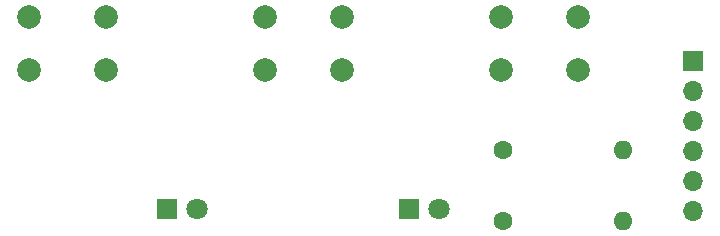
<source format=gbr>
%TF.GenerationSoftware,KiCad,Pcbnew,(7.0.0)*%
%TF.CreationDate,2023-03-30T11:39:36-04:00*%
%TF.ProjectId,console,636f6e73-6f6c-4652-9e6b-696361645f70,rev?*%
%TF.SameCoordinates,Original*%
%TF.FileFunction,Soldermask,Bot*%
%TF.FilePolarity,Negative*%
%FSLAX46Y46*%
G04 Gerber Fmt 4.6, Leading zero omitted, Abs format (unit mm)*
G04 Created by KiCad (PCBNEW (7.0.0)) date 2023-03-30 11:39:36*
%MOMM*%
%LPD*%
G01*
G04 APERTURE LIST*
%ADD10C,2.000000*%
%ADD11O,1.600000X1.600000*%
%ADD12C,1.600000*%
%ADD13O,1.700000X1.700000*%
%ADD14R,1.700000X1.700000*%
%ADD15C,1.800000*%
%ADD16R,1.800000X1.800000*%
G04 APERTURE END LIST*
D10*
%TO.C,EJECT*%
X168250000Y-64250000D03*
X168250000Y-59750000D03*
X161750000Y-64250000D03*
X161750000Y-59750000D03*
%TD*%
%TO.C,HOME*%
X141750000Y-59750000D03*
X141750000Y-64250000D03*
X148250000Y-59750000D03*
X148250000Y-64250000D03*
%TD*%
%TO.C,POWER*%
X121750000Y-59750000D03*
X121750000Y-64250000D03*
X128250000Y-59750000D03*
X128250000Y-64250000D03*
%TD*%
D11*
%TO.C,R2*%
X172079999Y-76999999D03*
D12*
X161920000Y-77000000D03*
%TD*%
%TO.C,R1*%
X161920000Y-71000000D03*
D11*
X172079999Y-70999999D03*
%TD*%
D13*
%TO.C,CONNECTOR*%
X177999999Y-76159999D03*
X177999999Y-73619999D03*
X177999999Y-71079999D03*
X177999999Y-68539999D03*
X177999999Y-65999999D03*
D14*
X177999999Y-63459999D03*
%TD*%
D15*
%TO.C,GAMESTICK*%
X156460000Y-76000000D03*
D16*
X153919999Y-75999999D03*
%TD*%
D15*
%TO.C,POWER*%
X136000000Y-76000000D03*
D16*
X133459999Y-75999999D03*
%TD*%
M02*

</source>
